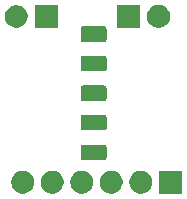
<source format=gbr>
G04 #@! TF.GenerationSoftware,KiCad,Pcbnew,5.1.4*
G04 #@! TF.CreationDate,2019-08-11T23:13:52-05:00*
G04 #@! TF.ProjectId,pic12f-garage-door,70696331-3266-42d6-9761-726167652d64,rev?*
G04 #@! TF.SameCoordinates,Original*
G04 #@! TF.FileFunction,Soldermask,Bot*
G04 #@! TF.FilePolarity,Negative*
%FSLAX46Y46*%
G04 Gerber Fmt 4.6, Leading zero omitted, Abs format (unit mm)*
G04 Created by KiCad (PCBNEW 5.1.4) date 2019-08-11 23:13:52*
%MOMM*%
%LPD*%
G04 APERTURE LIST*
%ADD10C,0.100000*%
G04 APERTURE END LIST*
D10*
G36*
X121284687Y-63094907D02*
G01*
X121284690Y-63094908D01*
X121284689Y-63094908D01*
X121462309Y-63168480D01*
X121462310Y-63168481D01*
X121622161Y-63275289D01*
X121758111Y-63411239D01*
X121847158Y-63544509D01*
X121864920Y-63571091D01*
X121921825Y-63708473D01*
X121938493Y-63748713D01*
X121976000Y-63937271D01*
X121976000Y-64129529D01*
X121938493Y-64318087D01*
X121938492Y-64318089D01*
X121864920Y-64495709D01*
X121864919Y-64495710D01*
X121758111Y-64655561D01*
X121622161Y-64791511D01*
X121488891Y-64880558D01*
X121462309Y-64898320D01*
X121324927Y-64955225D01*
X121284687Y-64971893D01*
X121096129Y-65009400D01*
X120903871Y-65009400D01*
X120715313Y-64971893D01*
X120675073Y-64955225D01*
X120537691Y-64898320D01*
X120511109Y-64880558D01*
X120377839Y-64791511D01*
X120241889Y-64655561D01*
X120135081Y-64495710D01*
X120135080Y-64495709D01*
X120061508Y-64318089D01*
X120061507Y-64318087D01*
X120024000Y-64129529D01*
X120024000Y-63937271D01*
X120061507Y-63748713D01*
X120078175Y-63708473D01*
X120135080Y-63571091D01*
X120152842Y-63544509D01*
X120241889Y-63411239D01*
X120377839Y-63275289D01*
X120537690Y-63168481D01*
X120537691Y-63168480D01*
X120715311Y-63094908D01*
X120715310Y-63094908D01*
X120715313Y-63094907D01*
X120903871Y-63057400D01*
X121096129Y-63057400D01*
X121284687Y-63094907D01*
X121284687Y-63094907D01*
G37*
G36*
X111284687Y-63094907D02*
G01*
X111284690Y-63094908D01*
X111284689Y-63094908D01*
X111462309Y-63168480D01*
X111462310Y-63168481D01*
X111622161Y-63275289D01*
X111758111Y-63411239D01*
X111847158Y-63544509D01*
X111864920Y-63571091D01*
X111921825Y-63708473D01*
X111938493Y-63748713D01*
X111976000Y-63937271D01*
X111976000Y-64129529D01*
X111938493Y-64318087D01*
X111938492Y-64318089D01*
X111864920Y-64495709D01*
X111864919Y-64495710D01*
X111758111Y-64655561D01*
X111622161Y-64791511D01*
X111488891Y-64880558D01*
X111462309Y-64898320D01*
X111324927Y-64955225D01*
X111284687Y-64971893D01*
X111096129Y-65009400D01*
X110903871Y-65009400D01*
X110715313Y-64971893D01*
X110675073Y-64955225D01*
X110537691Y-64898320D01*
X110511109Y-64880558D01*
X110377839Y-64791511D01*
X110241889Y-64655561D01*
X110135081Y-64495710D01*
X110135080Y-64495709D01*
X110061508Y-64318089D01*
X110061507Y-64318087D01*
X110024000Y-64129529D01*
X110024000Y-63937271D01*
X110061507Y-63748713D01*
X110078175Y-63708473D01*
X110135080Y-63571091D01*
X110152842Y-63544509D01*
X110241889Y-63411239D01*
X110377839Y-63275289D01*
X110537690Y-63168481D01*
X110537691Y-63168480D01*
X110715311Y-63094908D01*
X110715310Y-63094908D01*
X110715313Y-63094907D01*
X110903871Y-63057400D01*
X111096129Y-63057400D01*
X111284687Y-63094907D01*
X111284687Y-63094907D01*
G37*
G36*
X113784687Y-63094907D02*
G01*
X113784690Y-63094908D01*
X113784689Y-63094908D01*
X113962309Y-63168480D01*
X113962310Y-63168481D01*
X114122161Y-63275289D01*
X114258111Y-63411239D01*
X114347158Y-63544509D01*
X114364920Y-63571091D01*
X114421825Y-63708473D01*
X114438493Y-63748713D01*
X114476000Y-63937271D01*
X114476000Y-64129529D01*
X114438493Y-64318087D01*
X114438492Y-64318089D01*
X114364920Y-64495709D01*
X114364919Y-64495710D01*
X114258111Y-64655561D01*
X114122161Y-64791511D01*
X113988891Y-64880558D01*
X113962309Y-64898320D01*
X113824927Y-64955225D01*
X113784687Y-64971893D01*
X113596129Y-65009400D01*
X113403871Y-65009400D01*
X113215313Y-64971893D01*
X113175073Y-64955225D01*
X113037691Y-64898320D01*
X113011109Y-64880558D01*
X112877839Y-64791511D01*
X112741889Y-64655561D01*
X112635081Y-64495710D01*
X112635080Y-64495709D01*
X112561508Y-64318089D01*
X112561507Y-64318087D01*
X112524000Y-64129529D01*
X112524000Y-63937271D01*
X112561507Y-63748713D01*
X112578175Y-63708473D01*
X112635080Y-63571091D01*
X112652842Y-63544509D01*
X112741889Y-63411239D01*
X112877839Y-63275289D01*
X113037690Y-63168481D01*
X113037691Y-63168480D01*
X113215311Y-63094908D01*
X113215310Y-63094908D01*
X113215313Y-63094907D01*
X113403871Y-63057400D01*
X113596129Y-63057400D01*
X113784687Y-63094907D01*
X113784687Y-63094907D01*
G37*
G36*
X116284687Y-63094907D02*
G01*
X116284690Y-63094908D01*
X116284689Y-63094908D01*
X116462309Y-63168480D01*
X116462310Y-63168481D01*
X116622161Y-63275289D01*
X116758111Y-63411239D01*
X116847158Y-63544509D01*
X116864920Y-63571091D01*
X116921825Y-63708473D01*
X116938493Y-63748713D01*
X116976000Y-63937271D01*
X116976000Y-64129529D01*
X116938493Y-64318087D01*
X116938492Y-64318089D01*
X116864920Y-64495709D01*
X116864919Y-64495710D01*
X116758111Y-64655561D01*
X116622161Y-64791511D01*
X116488891Y-64880558D01*
X116462309Y-64898320D01*
X116324927Y-64955225D01*
X116284687Y-64971893D01*
X116096129Y-65009400D01*
X115903871Y-65009400D01*
X115715313Y-64971893D01*
X115675073Y-64955225D01*
X115537691Y-64898320D01*
X115511109Y-64880558D01*
X115377839Y-64791511D01*
X115241889Y-64655561D01*
X115135081Y-64495710D01*
X115135080Y-64495709D01*
X115061508Y-64318089D01*
X115061507Y-64318087D01*
X115024000Y-64129529D01*
X115024000Y-63937271D01*
X115061507Y-63748713D01*
X115078175Y-63708473D01*
X115135080Y-63571091D01*
X115152842Y-63544509D01*
X115241889Y-63411239D01*
X115377839Y-63275289D01*
X115537690Y-63168481D01*
X115537691Y-63168480D01*
X115715311Y-63094908D01*
X115715310Y-63094908D01*
X115715313Y-63094907D01*
X115903871Y-63057400D01*
X116096129Y-63057400D01*
X116284687Y-63094907D01*
X116284687Y-63094907D01*
G37*
G36*
X118784687Y-63094907D02*
G01*
X118784690Y-63094908D01*
X118784689Y-63094908D01*
X118962309Y-63168480D01*
X118962310Y-63168481D01*
X119122161Y-63275289D01*
X119258111Y-63411239D01*
X119347158Y-63544509D01*
X119364920Y-63571091D01*
X119421825Y-63708473D01*
X119438493Y-63748713D01*
X119476000Y-63937271D01*
X119476000Y-64129529D01*
X119438493Y-64318087D01*
X119438492Y-64318089D01*
X119364920Y-64495709D01*
X119364919Y-64495710D01*
X119258111Y-64655561D01*
X119122161Y-64791511D01*
X118988891Y-64880558D01*
X118962309Y-64898320D01*
X118824927Y-64955225D01*
X118784687Y-64971893D01*
X118596129Y-65009400D01*
X118403871Y-65009400D01*
X118215313Y-64971893D01*
X118175073Y-64955225D01*
X118037691Y-64898320D01*
X118011109Y-64880558D01*
X117877839Y-64791511D01*
X117741889Y-64655561D01*
X117635081Y-64495710D01*
X117635080Y-64495709D01*
X117561508Y-64318089D01*
X117561507Y-64318087D01*
X117524000Y-64129529D01*
X117524000Y-63937271D01*
X117561507Y-63748713D01*
X117578175Y-63708473D01*
X117635080Y-63571091D01*
X117652842Y-63544509D01*
X117741889Y-63411239D01*
X117877839Y-63275289D01*
X118037690Y-63168481D01*
X118037691Y-63168480D01*
X118215311Y-63094908D01*
X118215310Y-63094908D01*
X118215313Y-63094907D01*
X118403871Y-63057400D01*
X118596129Y-63057400D01*
X118784687Y-63094907D01*
X118784687Y-63094907D01*
G37*
G36*
X124476000Y-65009400D02*
G01*
X122524000Y-65009400D01*
X122524000Y-63057400D01*
X124476000Y-63057400D01*
X124476000Y-65009400D01*
X124476000Y-65009400D01*
G37*
G36*
X117951653Y-60853155D02*
G01*
X117986315Y-60863670D01*
X118018267Y-60880749D01*
X118046270Y-60903730D01*
X118069251Y-60931733D01*
X118086330Y-60963685D01*
X118096845Y-60998347D01*
X118101000Y-61040540D01*
X118101000Y-61959460D01*
X118096845Y-62001653D01*
X118086330Y-62036315D01*
X118069251Y-62068267D01*
X118046270Y-62096270D01*
X118018267Y-62119251D01*
X117986315Y-62136330D01*
X117951653Y-62146845D01*
X117909460Y-62151000D01*
X116090540Y-62151000D01*
X116048347Y-62146845D01*
X116013685Y-62136330D01*
X115981733Y-62119251D01*
X115953730Y-62096270D01*
X115930749Y-62068267D01*
X115913670Y-62036315D01*
X115903155Y-62001653D01*
X115899000Y-61959460D01*
X115899000Y-61040540D01*
X115903155Y-60998347D01*
X115913670Y-60963685D01*
X115930749Y-60931733D01*
X115953730Y-60903730D01*
X115981733Y-60880749D01*
X116013685Y-60863670D01*
X116048347Y-60853155D01*
X116090540Y-60849000D01*
X117909460Y-60849000D01*
X117951653Y-60853155D01*
X117951653Y-60853155D01*
G37*
G36*
X117951653Y-58353155D02*
G01*
X117986315Y-58363670D01*
X118018267Y-58380749D01*
X118046270Y-58403730D01*
X118069251Y-58431733D01*
X118086330Y-58463685D01*
X118096845Y-58498347D01*
X118101000Y-58540540D01*
X118101000Y-59459460D01*
X118096845Y-59501653D01*
X118086330Y-59536315D01*
X118069251Y-59568267D01*
X118046270Y-59596270D01*
X118018267Y-59619251D01*
X117986315Y-59636330D01*
X117951653Y-59646845D01*
X117909460Y-59651000D01*
X116090540Y-59651000D01*
X116048347Y-59646845D01*
X116013685Y-59636330D01*
X115981733Y-59619251D01*
X115953730Y-59596270D01*
X115930749Y-59568267D01*
X115913670Y-59536315D01*
X115903155Y-59501653D01*
X115899000Y-59459460D01*
X115899000Y-58540540D01*
X115903155Y-58498347D01*
X115913670Y-58463685D01*
X115930749Y-58431733D01*
X115953730Y-58403730D01*
X115981733Y-58380749D01*
X116013685Y-58363670D01*
X116048347Y-58353155D01*
X116090540Y-58349000D01*
X117909460Y-58349000D01*
X117951653Y-58353155D01*
X117951653Y-58353155D01*
G37*
G36*
X117951653Y-55853155D02*
G01*
X117986315Y-55863670D01*
X118018267Y-55880749D01*
X118046270Y-55903730D01*
X118069251Y-55931733D01*
X118086330Y-55963685D01*
X118096845Y-55998347D01*
X118101000Y-56040540D01*
X118101000Y-56959460D01*
X118096845Y-57001653D01*
X118086330Y-57036315D01*
X118069251Y-57068267D01*
X118046270Y-57096270D01*
X118018267Y-57119251D01*
X117986315Y-57136330D01*
X117951653Y-57146845D01*
X117909460Y-57151000D01*
X116090540Y-57151000D01*
X116048347Y-57146845D01*
X116013685Y-57136330D01*
X115981733Y-57119251D01*
X115953730Y-57096270D01*
X115930749Y-57068267D01*
X115913670Y-57036315D01*
X115903155Y-57001653D01*
X115899000Y-56959460D01*
X115899000Y-56040540D01*
X115903155Y-55998347D01*
X115913670Y-55963685D01*
X115930749Y-55931733D01*
X115953730Y-55903730D01*
X115981733Y-55880749D01*
X116013685Y-55863670D01*
X116048347Y-55853155D01*
X116090540Y-55849000D01*
X117909460Y-55849000D01*
X117951653Y-55853155D01*
X117951653Y-55853155D01*
G37*
G36*
X117951653Y-53353155D02*
G01*
X117986315Y-53363670D01*
X118018267Y-53380749D01*
X118046270Y-53403730D01*
X118069251Y-53431733D01*
X118086330Y-53463685D01*
X118096845Y-53498347D01*
X118101000Y-53540540D01*
X118101000Y-54459460D01*
X118096845Y-54501653D01*
X118086330Y-54536315D01*
X118069251Y-54568267D01*
X118046270Y-54596270D01*
X118018267Y-54619251D01*
X117986315Y-54636330D01*
X117951653Y-54646845D01*
X117909460Y-54651000D01*
X116090540Y-54651000D01*
X116048347Y-54646845D01*
X116013685Y-54636330D01*
X115981733Y-54619251D01*
X115953730Y-54596270D01*
X115930749Y-54568267D01*
X115913670Y-54536315D01*
X115903155Y-54501653D01*
X115899000Y-54459460D01*
X115899000Y-53540540D01*
X115903155Y-53498347D01*
X115913670Y-53463685D01*
X115930749Y-53431733D01*
X115953730Y-53403730D01*
X115981733Y-53380749D01*
X116013685Y-53363670D01*
X116048347Y-53353155D01*
X116090540Y-53349000D01*
X117909460Y-53349000D01*
X117951653Y-53353155D01*
X117951653Y-53353155D01*
G37*
G36*
X117951653Y-50853155D02*
G01*
X117986315Y-50863670D01*
X118018267Y-50880749D01*
X118046270Y-50903730D01*
X118069251Y-50931733D01*
X118086330Y-50963685D01*
X118096845Y-50998347D01*
X118101000Y-51040540D01*
X118101000Y-51959460D01*
X118096845Y-52001653D01*
X118086330Y-52036315D01*
X118069251Y-52068267D01*
X118046270Y-52096270D01*
X118018267Y-52119251D01*
X117986315Y-52136330D01*
X117951653Y-52146845D01*
X117909460Y-52151000D01*
X116090540Y-52151000D01*
X116048347Y-52146845D01*
X116013685Y-52136330D01*
X115981733Y-52119251D01*
X115953730Y-52096270D01*
X115930749Y-52068267D01*
X115913670Y-52036315D01*
X115903155Y-52001653D01*
X115899000Y-51959460D01*
X115899000Y-51040540D01*
X115903155Y-50998347D01*
X115913670Y-50963685D01*
X115930749Y-50931733D01*
X115953730Y-50903730D01*
X115981733Y-50880749D01*
X116013685Y-50863670D01*
X116048347Y-50853155D01*
X116090540Y-50849000D01*
X117909460Y-50849000D01*
X117951653Y-50853155D01*
X117951653Y-50853155D01*
G37*
G36*
X120976000Y-50976000D02*
G01*
X119024000Y-50976000D01*
X119024000Y-49024000D01*
X120976000Y-49024000D01*
X120976000Y-50976000D01*
X120976000Y-50976000D01*
G37*
G36*
X122784687Y-49061507D02*
G01*
X122784690Y-49061508D01*
X122784689Y-49061508D01*
X122962309Y-49135080D01*
X122962310Y-49135081D01*
X123122161Y-49241889D01*
X123258111Y-49377839D01*
X123347158Y-49511109D01*
X123364920Y-49537691D01*
X123369825Y-49549533D01*
X123438493Y-49715313D01*
X123476000Y-49903871D01*
X123476000Y-50096129D01*
X123438493Y-50284687D01*
X123438492Y-50284689D01*
X123364920Y-50462309D01*
X123364919Y-50462310D01*
X123258111Y-50622161D01*
X123122161Y-50758111D01*
X122995466Y-50842765D01*
X122962309Y-50864920D01*
X122842725Y-50914453D01*
X122784687Y-50938493D01*
X122596129Y-50976000D01*
X122403871Y-50976000D01*
X122215313Y-50938493D01*
X122157275Y-50914453D01*
X122037691Y-50864920D01*
X122004534Y-50842765D01*
X121877839Y-50758111D01*
X121741889Y-50622161D01*
X121635081Y-50462310D01*
X121635080Y-50462309D01*
X121561508Y-50284689D01*
X121561507Y-50284687D01*
X121524000Y-50096129D01*
X121524000Y-49903871D01*
X121561507Y-49715313D01*
X121630175Y-49549533D01*
X121635080Y-49537691D01*
X121652842Y-49511109D01*
X121741889Y-49377839D01*
X121877839Y-49241889D01*
X122037690Y-49135081D01*
X122037691Y-49135080D01*
X122215311Y-49061508D01*
X122215310Y-49061508D01*
X122215313Y-49061507D01*
X122403871Y-49024000D01*
X122596129Y-49024000D01*
X122784687Y-49061507D01*
X122784687Y-49061507D01*
G37*
G36*
X110737395Y-49085546D02*
G01*
X110910466Y-49157234D01*
X110910467Y-49157235D01*
X111066227Y-49261310D01*
X111198690Y-49393773D01*
X111198691Y-49393775D01*
X111302766Y-49549534D01*
X111374454Y-49722605D01*
X111411000Y-49906333D01*
X111411000Y-50093667D01*
X111374454Y-50277395D01*
X111302766Y-50450466D01*
X111294852Y-50462310D01*
X111198690Y-50606227D01*
X111066227Y-50738690D01*
X111037161Y-50758111D01*
X110910466Y-50842766D01*
X110737395Y-50914454D01*
X110553667Y-50951000D01*
X110366333Y-50951000D01*
X110182605Y-50914454D01*
X110009534Y-50842766D01*
X109882839Y-50758111D01*
X109853773Y-50738690D01*
X109721310Y-50606227D01*
X109625148Y-50462310D01*
X109617234Y-50450466D01*
X109545546Y-50277395D01*
X109509000Y-50093667D01*
X109509000Y-49906333D01*
X109545546Y-49722605D01*
X109617234Y-49549534D01*
X109721309Y-49393775D01*
X109721310Y-49393773D01*
X109853773Y-49261310D01*
X110009533Y-49157235D01*
X110009534Y-49157234D01*
X110182605Y-49085546D01*
X110366333Y-49049000D01*
X110553667Y-49049000D01*
X110737395Y-49085546D01*
X110737395Y-49085546D01*
G37*
G36*
X113951000Y-50951000D02*
G01*
X112049000Y-50951000D01*
X112049000Y-49049000D01*
X113951000Y-49049000D01*
X113951000Y-50951000D01*
X113951000Y-50951000D01*
G37*
M02*

</source>
